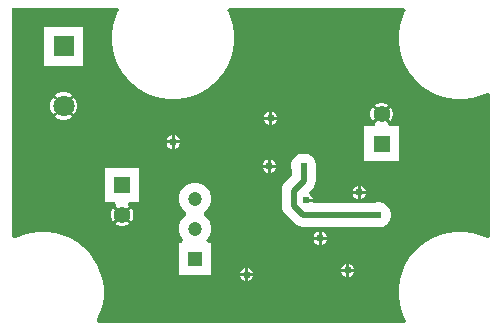
<source format=gbr>
G04*
G04 #@! TF.GenerationSoftware,Altium Limited,Altium Designer,25.8.1 (18)*
G04*
G04 Layer_Physical_Order=2*
G04 Layer_Color=16711680*
%FSLAX25Y25*%
%MOIN*%
G70*
G04*
G04 #@! TF.SameCoordinates,42E29172-AB17-4D01-AB3A-1E57205C25AC*
G04*
G04*
G04 #@! TF.FilePolarity,Positive*
G04*
G01*
G75*
%ADD34R,0.04724X0.04724*%
%ADD35C,0.04724*%
%ADD44C,0.02000*%
%ADD45R,0.05512X0.05512*%
%ADD46C,0.05512*%
%ADD47R,0.07087X0.07087*%
%ADD48C,0.07087*%
%ADD49C,0.02400*%
G36*
X133188Y106297D02*
X132964Y105909D01*
X131946Y103453D01*
X131258Y100886D01*
X130912Y98251D01*
Y95593D01*
X131258Y92958D01*
X131946Y90391D01*
X132964Y87935D01*
X134292Y85633D01*
X135910Y83525D01*
X137790Y81645D01*
X139899Y80027D01*
X142200Y78698D01*
X144656Y77681D01*
X147223Y76993D01*
X149858Y76646D01*
X152516D01*
X155151Y76993D01*
X157719Y77681D01*
X160174Y78698D01*
X160551Y78916D01*
X161417Y78416D01*
Y30731D01*
X160551Y30231D01*
X160175Y30448D01*
X157720Y31465D01*
X155153Y32153D01*
X152517Y32500D01*
X149860D01*
X147224Y32153D01*
X144657Y31465D01*
X142202Y30448D01*
X139900Y29119D01*
X137791Y27501D01*
X135912Y25621D01*
X134294Y23513D01*
X132965Y21211D01*
X131948Y18755D01*
X131260Y16188D01*
X130913Y13553D01*
Y10895D01*
X131260Y8260D01*
X131948Y5692D01*
X132965Y3237D01*
X133198Y2833D01*
X132698Y1967D01*
X30746D01*
X30246Y2833D01*
X30462Y3207D01*
X31479Y5662D01*
X32167Y8230D01*
X32514Y10865D01*
Y13522D01*
X32167Y16158D01*
X31479Y18725D01*
X30462Y21181D01*
X29133Y23482D01*
X27515Y25591D01*
X25636Y27470D01*
X23527Y29088D01*
X21225Y30417D01*
X18770Y31434D01*
X16202Y32122D01*
X13567Y32469D01*
X10909D01*
X8274Y32122D01*
X5707Y31434D01*
X3251Y30417D01*
X2835Y30177D01*
X1969Y30677D01*
Y107163D01*
X37174D01*
X37674Y106297D01*
X37454Y105916D01*
X36437Y103460D01*
X35749Y100893D01*
X35402Y98258D01*
Y95600D01*
X35749Y92965D01*
X36437Y90398D01*
X37454Y87942D01*
X38783Y85640D01*
X40401Y83532D01*
X42280Y81652D01*
X44389Y80034D01*
X46691Y78705D01*
X49146Y77688D01*
X51714Y77000D01*
X54349Y76653D01*
X57007D01*
X59642Y77000D01*
X62209Y77688D01*
X64665Y78705D01*
X66966Y80034D01*
X69075Y81652D01*
X70954Y83532D01*
X72572Y85640D01*
X73901Y87942D01*
X74918Y90398D01*
X75606Y92965D01*
X75953Y95600D01*
Y98258D01*
X75606Y100893D01*
X74918Y103460D01*
X73901Y105916D01*
X73681Y106297D01*
X74181Y107163D01*
X132688D01*
X133188Y106297D01*
D02*
G37*
%LPC*%
G36*
X25662Y100821D02*
X12669D01*
Y87829D01*
X25662D01*
Y100821D01*
D02*
G37*
G36*
X19763Y78868D02*
X18567D01*
X17412Y78558D01*
X16376Y77960D01*
X16306Y77891D01*
X17115Y77083D01*
X16407Y76376D01*
X15599Y77184D01*
X15530Y77114D01*
X14932Y76078D01*
X14622Y74923D01*
Y73727D01*
X14932Y72571D01*
X15530Y71535D01*
X15599Y71466D01*
X16407Y72274D01*
X17115Y71567D01*
X16306Y70759D01*
X16376Y70689D01*
X17412Y70091D01*
X18567Y69782D01*
X19763D01*
X20919Y70091D01*
X21955Y70689D01*
X22024Y70759D01*
X21216Y71567D01*
X21923Y72274D01*
X22731Y71466D01*
X22801Y71535D01*
X23399Y72571D01*
X23709Y73727D01*
Y74923D01*
X23399Y76078D01*
X22801Y77114D01*
X22731Y77184D01*
X21923Y76376D01*
X21216Y77083D01*
X22024Y77891D01*
X21955Y77960D01*
X20919Y78558D01*
X19763Y78868D01*
D02*
G37*
G36*
X125660Y75423D02*
X124671D01*
X123716Y75167D01*
X122864Y74676D01*
X123679Y73861D01*
X122971Y73154D01*
X122157Y73969D01*
X121666Y73117D01*
X121409Y72162D01*
Y71173D01*
X121666Y70218D01*
X122157Y69366D01*
X122971Y70181D01*
X123679Y69473D01*
X122864Y68659D01*
X123082Y68533D01*
X122814Y67533D01*
X119457D01*
Y56116D01*
X130874D01*
Y67533D01*
X127517D01*
X127249Y68533D01*
X127467Y68659D01*
X126652Y69473D01*
X127359Y70181D01*
X128174Y69366D01*
X128665Y70218D01*
X128921Y71173D01*
Y72162D01*
X128665Y73117D01*
X128174Y73969D01*
X127359Y73154D01*
X126652Y73861D01*
X127467Y74676D01*
X126615Y75167D01*
X125660Y75423D01*
D02*
G37*
G36*
X88711Y72499D02*
Y70825D01*
X90385D01*
X90076Y71571D01*
X89457Y72190D01*
X88711Y72499D01*
D02*
G37*
G36*
X87711D02*
X86965Y72190D01*
X86346Y71571D01*
X86037Y70825D01*
X87711D01*
Y72499D01*
D02*
G37*
G36*
X90385Y69825D02*
X88711D01*
Y68151D01*
X89457Y68460D01*
X90076Y69079D01*
X90385Y69825D01*
D02*
G37*
G36*
X87711D02*
X86037D01*
X86346Y69079D01*
X86965Y68460D01*
X87711Y68151D01*
Y69825D01*
D02*
G37*
G36*
X56165Y64513D02*
Y62839D01*
X57840D01*
X57530Y63586D01*
X56912Y64204D01*
X56165Y64513D01*
D02*
G37*
G36*
X55165D02*
X54419Y64204D01*
X53800Y63586D01*
X53491Y62839D01*
X55165D01*
Y64513D01*
D02*
G37*
G36*
X57840Y61839D02*
X56165D01*
Y60165D01*
X56912Y60474D01*
X57530Y61093D01*
X57840Y61839D01*
D02*
G37*
G36*
X55165D02*
X53491D01*
X53800Y61093D01*
X54419Y60474D01*
X55165Y60165D01*
Y61839D01*
D02*
G37*
G36*
X88211Y56499D02*
Y54825D01*
X89885D01*
X89576Y55571D01*
X88957Y56190D01*
X88211Y56499D01*
D02*
G37*
G36*
X87211D02*
X86465Y56190D01*
X85846Y55571D01*
X85537Y54825D01*
X87211D01*
Y56499D01*
D02*
G37*
G36*
X89885Y53825D02*
X88211D01*
Y52151D01*
X88957Y52460D01*
X89576Y53079D01*
X89885Y53825D01*
D02*
G37*
G36*
X87211D02*
X85537D01*
X85846Y53079D01*
X86465Y52460D01*
X87211Y52151D01*
Y53825D01*
D02*
G37*
G36*
X118165Y47739D02*
Y46065D01*
X119840D01*
X119530Y46811D01*
X118912Y47430D01*
X118165Y47739D01*
D02*
G37*
G36*
X117165D02*
X116419Y47430D01*
X115800Y46811D01*
X115491Y46065D01*
X117165D01*
Y47739D01*
D02*
G37*
G36*
X119840Y45065D02*
X118165D01*
Y43391D01*
X118912Y43700D01*
X119530Y44319D01*
X119840Y45065D01*
D02*
G37*
G36*
X117165D02*
X115491D01*
X115800Y44319D01*
X116419Y43700D01*
X117165Y43391D01*
Y45065D01*
D02*
G37*
G36*
X44377Y53636D02*
X32960D01*
Y42219D01*
X36317D01*
X36585Y41219D01*
X36367Y41093D01*
X37181Y40279D01*
X36474Y39571D01*
X35660Y40386D01*
X35168Y39534D01*
X34912Y38579D01*
Y37590D01*
X35168Y36635D01*
X35660Y35783D01*
X36474Y36598D01*
X37181Y35891D01*
X36367Y35076D01*
X37219Y34585D01*
X38174Y34329D01*
X39163D01*
X40118Y34585D01*
X40969Y35076D01*
X40155Y35891D01*
X40862Y36598D01*
X41677Y35783D01*
X42168Y36635D01*
X42424Y37590D01*
Y38579D01*
X42168Y39534D01*
X41677Y40386D01*
X40862Y39571D01*
X40155Y40279D01*
X40969Y41093D01*
X40752Y41219D01*
X41020Y42219D01*
X44377D01*
Y53636D01*
D02*
G37*
G36*
X99712Y58478D02*
X98619D01*
X97562Y58195D01*
X96615Y57648D01*
X95842Y56875D01*
X95296Y55928D01*
X95013Y54872D01*
Y53778D01*
X95179Y53159D01*
Y50981D01*
X93066Y48869D01*
X92432Y48043D01*
X92034Y47081D01*
X91898Y46049D01*
Y41163D01*
X92034Y40131D01*
X92432Y39169D01*
X93066Y38344D01*
X96196Y35213D01*
X97022Y34579D01*
X97983Y34181D01*
X99015Y34045D01*
X122975D01*
X123594Y33879D01*
X124688D01*
X125744Y34162D01*
X126691Y34709D01*
X127464Y35482D01*
X128011Y36429D01*
X128294Y37485D01*
Y38579D01*
X128011Y39635D01*
X127464Y40582D01*
X126691Y41355D01*
X125744Y41902D01*
X124688Y42185D01*
X123594D01*
X122975Y42019D01*
X102573D01*
X102319Y42399D01*
X100287D01*
X100077Y42609D01*
Y43399D01*
X102251D01*
X101942Y44145D01*
X101323Y44764D01*
X101143Y45669D01*
X101985Y46511D01*
X102618Y47337D01*
X103016Y48298D01*
X103152Y49330D01*
Y53159D01*
X103318Y53778D01*
Y54872D01*
X103035Y55928D01*
X102488Y56875D01*
X101715Y57648D01*
X100768Y58195D01*
X99712Y58478D01*
D02*
G37*
G36*
X105165Y32486D02*
Y30811D01*
X106840D01*
X106530Y31558D01*
X105912Y32177D01*
X105165Y32486D01*
D02*
G37*
G36*
X104165D02*
X103419Y32177D01*
X102800Y31558D01*
X102491Y30811D01*
X104165D01*
Y32486D01*
D02*
G37*
G36*
X106840Y29811D02*
X105165D01*
Y28137D01*
X105912Y28446D01*
X106530Y29065D01*
X106840Y29811D01*
D02*
G37*
G36*
X104165D02*
X102491D01*
X102800Y29065D01*
X103419Y28446D01*
X104165Y28137D01*
Y29811D01*
D02*
G37*
G36*
X114440Y21757D02*
Y20083D01*
X116114D01*
X115805Y20829D01*
X115186Y21448D01*
X114440Y21757D01*
D02*
G37*
G36*
X113440D02*
X112694Y21448D01*
X112075Y20829D01*
X111766Y20083D01*
X113440D01*
Y21757D01*
D02*
G37*
G36*
X80731Y20310D02*
Y18636D01*
X82405D01*
X82096Y19382D01*
X81477Y20001D01*
X80731Y20310D01*
D02*
G37*
G36*
X79731D02*
X78985Y20001D01*
X78366Y19382D01*
X78057Y18636D01*
X79731D01*
Y20310D01*
D02*
G37*
G36*
X63648Y48776D02*
X62249D01*
X60897Y48414D01*
X59685Y47714D01*
X58696Y46725D01*
X57996Y45513D01*
X57634Y44161D01*
Y42762D01*
X57996Y41410D01*
X58696Y40198D01*
X59685Y39208D01*
X59979Y39039D01*
Y37884D01*
X59685Y37714D01*
X58696Y36725D01*
X57996Y35513D01*
X57634Y34161D01*
Y32762D01*
X57996Y31410D01*
X58696Y30198D01*
X59117Y29776D01*
X58703Y28776D01*
X57634D01*
Y18146D01*
X68264D01*
Y28776D01*
X67194D01*
X66780Y29776D01*
X67202Y30198D01*
X67901Y31410D01*
X68264Y32762D01*
Y34161D01*
X67901Y35513D01*
X67202Y36725D01*
X66212Y37714D01*
X65918Y37884D01*
Y39039D01*
X66212Y39208D01*
X67202Y40198D01*
X67901Y41410D01*
X68264Y42762D01*
Y44161D01*
X67901Y45513D01*
X67202Y46725D01*
X66212Y47714D01*
X65000Y48414D01*
X63648Y48776D01*
D02*
G37*
G36*
X116114Y19083D02*
X114440D01*
Y17409D01*
X115186Y17718D01*
X115805Y18337D01*
X116114Y19083D01*
D02*
G37*
G36*
X113440D02*
X111766D01*
X112075Y18337D01*
X112694Y17718D01*
X113440Y17409D01*
Y19083D01*
D02*
G37*
G36*
X82405Y17636D02*
X80731D01*
Y15961D01*
X81477Y16271D01*
X82096Y16889D01*
X82405Y17636D01*
D02*
G37*
G36*
X79731D02*
X78057D01*
X78366Y16889D01*
X78985Y16271D01*
X79731Y15961D01*
Y17636D01*
D02*
G37*
%LPD*%
D34*
X62949Y23461D02*
D03*
D35*
Y33461D02*
D03*
Y43461D02*
D03*
D44*
X99015Y38032D02*
X124141D01*
X95885Y41163D02*
X99015Y38032D01*
X95885Y41163D02*
Y46049D01*
X99165Y49330D01*
Y54325D01*
D45*
X125165Y61825D02*
D03*
X38668Y47927D02*
D03*
D46*
X125165Y71667D02*
D03*
X38668Y38085D02*
D03*
D47*
X19165Y94325D02*
D03*
D48*
Y74325D02*
D03*
D49*
X80231Y18136D02*
D03*
X72035Y5325D02*
D03*
X124141Y38032D02*
D03*
X117665Y45565D02*
D03*
X124115Y52179D02*
D03*
X113940Y19583D02*
D03*
X149446Y53851D02*
D03*
Y73536D02*
D03*
Y35431D02*
D03*
X132965Y26670D02*
D03*
X110076Y103063D02*
D03*
Y83378D02*
D03*
X129761D02*
D03*
Y103063D02*
D03*
X90391D02*
D03*
Y83378D02*
D03*
X6069Y103063D02*
D03*
Y44008D02*
D03*
Y63693D02*
D03*
X25754Y103063D02*
D03*
X6069Y83378D02*
D03*
X99165Y63693D02*
D03*
X88211Y70325D02*
D03*
X75484Y85640D02*
D03*
X55665Y62339D02*
D03*
X87711Y54325D02*
D03*
X100077Y42899D02*
D03*
X99165Y54325D02*
D03*
X69845Y38490D02*
D03*
X31518Y62597D02*
D03*
X34049Y5325D02*
D03*
X129373D02*
D03*
X104665Y30311D02*
D03*
X91720Y5325D02*
D03*
X111405D02*
D03*
X37454Y84322D02*
D03*
X52350Y5325D02*
D03*
X27014Y30752D02*
D03*
M02*

</source>
